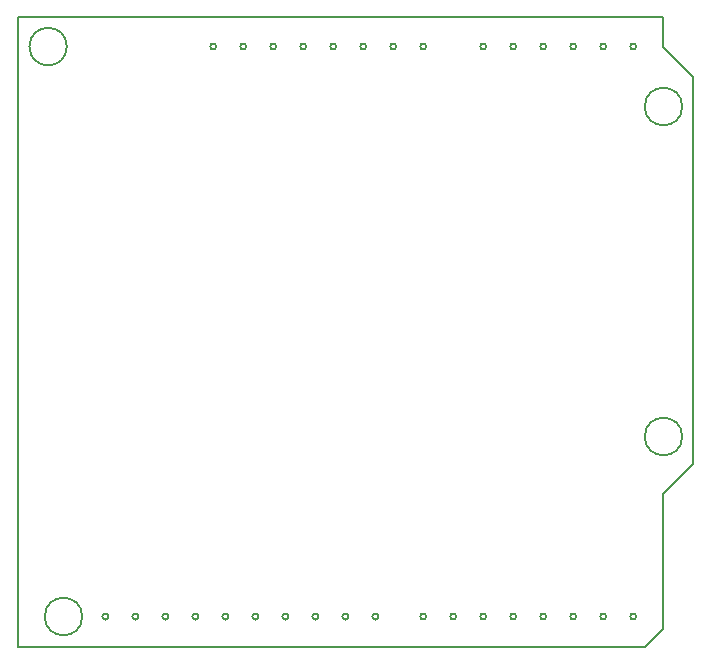
<source format=gbr>
%TF.GenerationSoftware,KiCad,Pcbnew,7.0.7*%
%TF.CreationDate,2024-01-23T09:59:48+09:00*%
%TF.ProjectId,arduino_sheild,61726475-696e-46f5-9f73-6865696c642e,rev?*%
%TF.SameCoordinates,Original*%
%TF.FileFunction,Profile,NP*%
%FSLAX46Y46*%
G04 Gerber Fmt 4.6, Leading zero omitted, Abs format (unit mm)*
G04 Created by KiCad (PCBNEW 7.0.7) date 2024-01-23 09:59:48*
%MOMM*%
%LPD*%
G01*
G04 APERTURE LIST*
%TA.AperFunction,Profile*%
%ADD10C,0.200000*%
%TD*%
G04 APERTURE END LIST*
D10*
X216945999Y-109943527D02*
G75*
G03*
X216945999Y-109943527I-254000J0D01*
G01*
X206785999Y-109943527D02*
G75*
G03*
X206785999Y-109943527I-254000J0D01*
G01*
X218439999Y-61683527D02*
G75*
G03*
X218439999Y-61683527I-254000J0D01*
G01*
X243615999Y-61683527D02*
X243615999Y-59143527D01*
X194403499Y-109943527D02*
G75*
G03*
X194403499Y-109943527I-1587500J0D01*
G01*
X233679999Y-61683527D02*
G75*
G03*
X233679999Y-61683527I-254000J0D01*
G01*
X233679999Y-109943527D02*
G75*
G03*
X233679999Y-109943527I-254000J0D01*
G01*
X243615999Y-61683527D02*
X246095999Y-64223527D01*
X228599999Y-61683527D02*
G75*
G03*
X228599999Y-61683527I-254000J0D01*
G01*
X188975999Y-112522000D02*
X242051207Y-112522000D01*
X211865999Y-109943527D02*
G75*
G03*
X211865999Y-109943527I-254000J0D01*
G01*
X188975999Y-59143527D02*
X243615999Y-59143527D01*
X241299999Y-61683527D02*
G75*
G03*
X241299999Y-61683527I-254000J0D01*
G01*
X223519999Y-109943527D02*
G75*
G03*
X223519999Y-109943527I-254000J0D01*
G01*
X245203499Y-66763527D02*
G75*
G03*
X245203499Y-66763527I-1587500J0D01*
G01*
X246095999Y-64223527D02*
X246095999Y-96989527D01*
X228599999Y-109943527D02*
G75*
G03*
X228599999Y-109943527I-254000J0D01*
G01*
X209325999Y-109943527D02*
G75*
G03*
X209325999Y-109943527I-254000J0D01*
G01*
X215899999Y-61683527D02*
G75*
G03*
X215899999Y-61683527I-254000J0D01*
G01*
X231139999Y-109943527D02*
G75*
G03*
X231139999Y-109943527I-254000J0D01*
G01*
X208279999Y-61683527D02*
G75*
G03*
X208279999Y-61683527I-254000J0D01*
G01*
X238759999Y-109943527D02*
G75*
G03*
X238759999Y-109943527I-254000J0D01*
G01*
X210819999Y-61683527D02*
G75*
G03*
X210819999Y-61683527I-254000J0D01*
G01*
X219485999Y-109943527D02*
G75*
G03*
X219485999Y-109943527I-254000J0D01*
G01*
X236219999Y-109943527D02*
G75*
G03*
X236219999Y-109943527I-254000J0D01*
G01*
X205739999Y-61683527D02*
G75*
G03*
X205739999Y-61683527I-254000J0D01*
G01*
X193103499Y-61683527D02*
G75*
G03*
X193103499Y-61683527I-1587500J0D01*
G01*
X238759999Y-61683527D02*
G75*
G03*
X238759999Y-61683527I-254000J0D01*
G01*
X201705999Y-109943527D02*
G75*
G03*
X201705999Y-109943527I-254000J0D01*
G01*
X231139999Y-61683527D02*
G75*
G03*
X231139999Y-61683527I-254000J0D01*
G01*
X242051207Y-112522000D02*
X243615999Y-110957208D01*
X223519999Y-61683527D02*
G75*
G03*
X223519999Y-61683527I-254000J0D01*
G01*
X226059999Y-109943527D02*
G75*
G03*
X226059999Y-109943527I-254000J0D01*
G01*
X214405999Y-109943527D02*
G75*
G03*
X214405999Y-109943527I-254000J0D01*
G01*
X241299999Y-109943527D02*
G75*
G03*
X241299999Y-109943527I-254000J0D01*
G01*
X204245999Y-109943527D02*
G75*
G03*
X204245999Y-109943527I-254000J0D01*
G01*
X246095999Y-96989527D02*
X243615999Y-99529527D01*
X220979999Y-61683527D02*
G75*
G03*
X220979999Y-61683527I-254000J0D01*
G01*
X243615999Y-99529527D02*
X243615999Y-110957208D01*
X196625999Y-109943527D02*
G75*
G03*
X196625999Y-109943527I-254000J0D01*
G01*
X213359999Y-61683527D02*
G75*
G03*
X213359999Y-61683527I-254000J0D01*
G01*
X236219999Y-61683527D02*
G75*
G03*
X236219999Y-61683527I-254000J0D01*
G01*
X245203499Y-94703527D02*
G75*
G03*
X245203499Y-94703527I-1587500J0D01*
G01*
X188975999Y-112522000D02*
X188975999Y-59143527D01*
X199165999Y-109943527D02*
G75*
G03*
X199165999Y-109943527I-254000J0D01*
G01*
M02*

</source>
